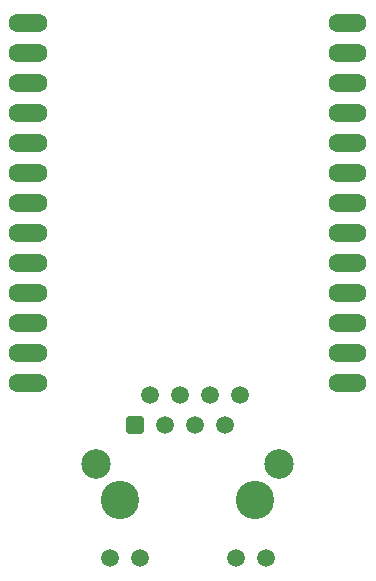
<source format=gbs>
G04 #@! TF.GenerationSoftware,KiCad,Pcbnew,(6.0.4)*
G04 #@! TF.CreationDate,2022-10-30T16:37:21+13:00*
G04 #@! TF.ProjectId,LAN-Module,4c414e2d-4d6f-4647-956c-652e6b696361,rev?*
G04 #@! TF.SameCoordinates,Original*
G04 #@! TF.FileFunction,Soldermask,Bot*
G04 #@! TF.FilePolarity,Negative*
%FSLAX46Y46*%
G04 Gerber Fmt 4.6, Leading zero omitted, Abs format (unit mm)*
G04 Created by KiCad (PCBNEW (6.0.4)) date 2022-10-30 16:37:21*
%MOMM*%
%LPD*%
G01*
G04 APERTURE LIST*
G04 Aperture macros list*
%AMRoundRect*
0 Rectangle with rounded corners*
0 $1 Rounding radius*
0 $2 $3 $4 $5 $6 $7 $8 $9 X,Y pos of 4 corners*
0 Add a 4 corners polygon primitive as box body*
4,1,4,$2,$3,$4,$5,$6,$7,$8,$9,$2,$3,0*
0 Add four circle primitives for the rounded corners*
1,1,$1+$1,$2,$3*
1,1,$1+$1,$4,$5*
1,1,$1+$1,$6,$7*
1,1,$1+$1,$8,$9*
0 Add four rect primitives between the rounded corners*
20,1,$1+$1,$2,$3,$4,$5,0*
20,1,$1+$1,$4,$5,$6,$7,0*
20,1,$1+$1,$6,$7,$8,$9,0*
20,1,$1+$1,$8,$9,$2,$3,0*%
G04 Aperture macros list end*
%ADD10C,2.500000*%
%ADD11C,1.500000*%
%ADD12RoundRect,0.250500X-0.499500X-0.499500X0.499500X-0.499500X0.499500X0.499500X-0.499500X0.499500X0*%
%ADD13C,3.250000*%
%ADD14R,1.651000X1.600000*%
%ADD15C,1.600000*%
G04 APERTURE END LIST*
D10*
G04 #@! TO.C,J2*
X43305000Y-67857500D03*
X27815000Y-67857500D03*
D11*
X42185000Y-75807500D03*
X39645000Y-75807500D03*
X31475000Y-75807500D03*
X28935000Y-75807500D03*
X40000000Y-62007500D03*
X38740000Y-64547500D03*
X37460000Y-62007500D03*
X36200000Y-64547500D03*
X34920000Y-62007500D03*
X33660000Y-64547500D03*
X32380000Y-62007500D03*
D12*
X31120000Y-64547500D03*
D13*
X41275000Y-70907500D03*
X29845000Y-70907500D03*
G04 #@! TD*
D14*
G04 #@! TO.C,J20*
X49085500Y-38100000D03*
D15*
X48260000Y-38100000D03*
X49911000Y-38100000D03*
G04 #@! TD*
G04 #@! TO.C,J10*
X22860000Y-48260000D03*
X21209000Y-48260000D03*
D14*
X22034500Y-48260000D03*
G04 #@! TD*
G04 #@! TO.C,J23*
X49085500Y-45720000D03*
D15*
X49911000Y-45720000D03*
X48260000Y-45720000D03*
G04 #@! TD*
G04 #@! TO.C,J4*
X22860000Y-33020000D03*
X21209000Y-33020000D03*
D14*
X22034500Y-33020000D03*
G04 #@! TD*
G04 #@! TO.C,J7*
X22034500Y-40640000D03*
D15*
X22860000Y-40640000D03*
X21209000Y-40640000D03*
G04 #@! TD*
D14*
G04 #@! TO.C,J25*
X49085500Y-50800000D03*
D15*
X48260000Y-50800000D03*
X49911000Y-50800000D03*
G04 #@! TD*
D14*
G04 #@! TO.C,J27*
X49085500Y-58420000D03*
D15*
X48260000Y-58420000D03*
X49911000Y-58420000D03*
G04 #@! TD*
D14*
G04 #@! TO.C,J8*
X22034500Y-43180000D03*
D15*
X22860000Y-43180000D03*
X21209000Y-43180000D03*
G04 #@! TD*
D14*
G04 #@! TO.C,J17*
X49085500Y-30480000D03*
D15*
X48260000Y-30480000D03*
X49911000Y-30480000D03*
G04 #@! TD*
G04 #@! TO.C,J26*
X48260000Y-53340000D03*
D14*
X49085500Y-53340000D03*
D15*
X49911000Y-53340000D03*
G04 #@! TD*
G04 #@! TO.C,J14*
X22860000Y-58420000D03*
X21209000Y-58420000D03*
D14*
X22034500Y-58420000D03*
G04 #@! TD*
G04 #@! TO.C,J19*
X49085500Y-35560000D03*
D15*
X49911000Y-35560000D03*
X48260000Y-35560000D03*
G04 #@! TD*
G04 #@! TO.C,J12*
X21209000Y-53340000D03*
X22860000Y-53340000D03*
D14*
X22034500Y-53340000D03*
G04 #@! TD*
G04 #@! TO.C,J22*
X49085500Y-43180000D03*
D15*
X49911000Y-43180000D03*
X48260000Y-43180000D03*
G04 #@! TD*
G04 #@! TO.C,J3*
X22860000Y-30480000D03*
D14*
X22034500Y-30480000D03*
D15*
X21209000Y-30480000D03*
G04 #@! TD*
G04 #@! TO.C,J16*
X21209000Y-60960000D03*
D14*
X22034500Y-60960000D03*
D15*
X22860000Y-60960000D03*
G04 #@! TD*
G04 #@! TO.C,J24*
X48260000Y-48260000D03*
X49911000Y-48260000D03*
D14*
X49085500Y-48260000D03*
G04 #@! TD*
D15*
G04 #@! TO.C,J13*
X22860000Y-55880000D03*
D14*
X22034500Y-55880000D03*
D15*
X21209000Y-55880000D03*
G04 #@! TD*
G04 #@! TO.C,J5*
X21209000Y-35560000D03*
X22860000Y-35560000D03*
D14*
X22034500Y-35560000D03*
G04 #@! TD*
D15*
G04 #@! TO.C,J28*
X48260000Y-60960000D03*
X49911000Y-60960000D03*
D14*
X49085500Y-60960000D03*
G04 #@! TD*
D15*
G04 #@! TO.C,J21*
X48260000Y-40640000D03*
D14*
X49085500Y-40640000D03*
D15*
X49911000Y-40640000D03*
G04 #@! TD*
D14*
G04 #@! TO.C,J15*
X49085500Y-55880000D03*
D15*
X48260000Y-55880000D03*
X49911000Y-55880000D03*
G04 #@! TD*
D14*
G04 #@! TO.C,J6*
X22034500Y-38100000D03*
D15*
X21209000Y-38100000D03*
X22860000Y-38100000D03*
G04 #@! TD*
G04 #@! TO.C,J18*
X48260000Y-33020000D03*
X49911000Y-33020000D03*
D14*
X49085500Y-33020000D03*
G04 #@! TD*
D15*
G04 #@! TO.C,J9*
X22860000Y-45720000D03*
D14*
X22034500Y-45720000D03*
D15*
X21209000Y-45720000D03*
G04 #@! TD*
G04 #@! TO.C,J11*
X22860000Y-50800000D03*
X21209000Y-50800000D03*
D14*
X22034500Y-50800000D03*
G04 #@! TD*
M02*

</source>
